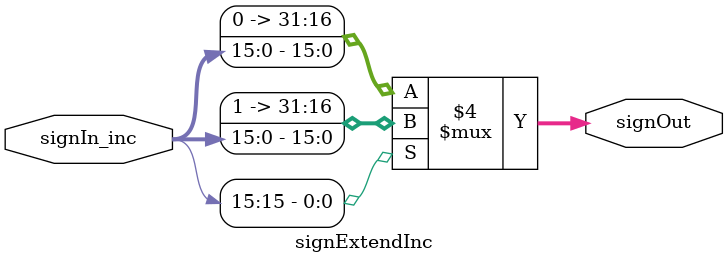
<source format=v>
`timescale 1ns / 1ps


module signExtendInc(signIn_inc, signOut);
    input [15:0] signIn_inc;
    output reg [31:0] signOut;

    always@(signIn_inc, signOut)
        if (signIn_inc[15] == 1)
            signOut = {16'b1111111111111111, signIn_inc};
        else 
            signOut = {16'b0000000000000000, signIn_inc};
endmodule

</source>
